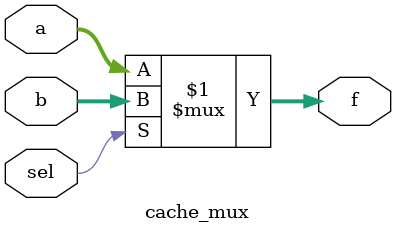
<source format=sv>
module cache_mux #(parameter width = 32)
(
	input sel,
	input [width-1:0] a, b,
	output logic [width-1:0] f
);
	assign  f = (sel) ? b : a;
endmodule : cache_mux
</source>
